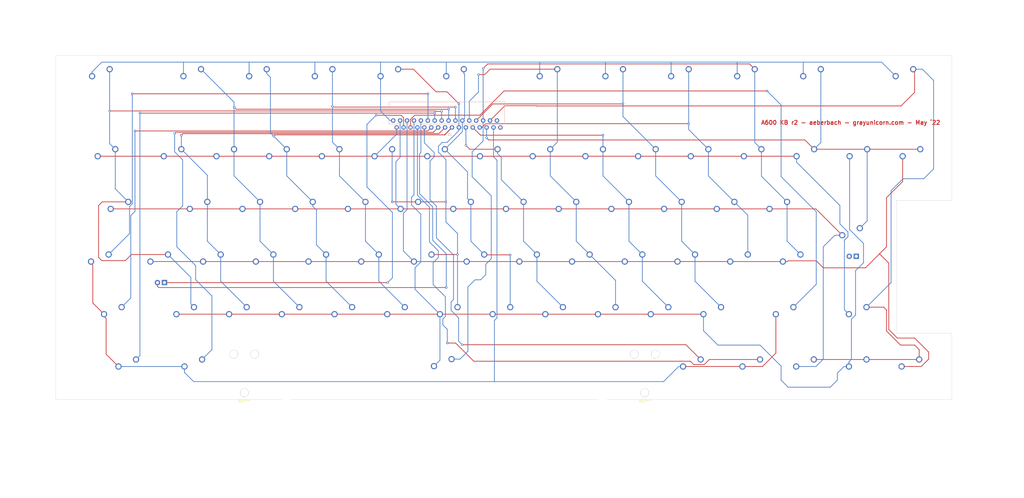
<source format=kicad_pcb>
(kicad_pcb (version 20211014) (generator pcbnew)
  (layers (0 "F.Cu" signal) (31 "B.Cu" signal) (34 "B.Paste" user) (35 "F.Paste" user) (36 "B.SilkS" user "B.Silkscreen") (37 "F.SilkS" user "F.Silkscreen") (38 "B.Mask" user) (39 "F.Mask" user) (44 "Edge.Cuts" user))
  (net 0 "")
  (net 1 "Net-(J1-Pad1)")
  (net 2 "/2")
  (net 3 "/3")
  (net 4 "/4")
  (net 5 "/5")
  (net 6 "/6")
  (net 7 "/7")
  (net 8 "/8")
  (net 9 "/9")
  (net 10 "/10")
  (net 11 "/11")
  (net 12 "/12")
  (net 13 "/13")
  (net 14 "/14")
  (net 15 "/15")
  (net 16 "/16")
  (net 17 "/17")
  (net 18 "/18")
  (net 19 "/19")
  (net 20 "/20")
  (net 21 "/21")
  (net 22 "/22")
  (net 23 "/23")
  (net 24 "/24")
  (net 25 "/25")
  (net 26 "/26")
  (net 27 "/27")
  (net 28 "/28")
  (net 29 "/29")
  (net 30 "/30")
  (footprint "MX_Only:MXOnly-1.25U-NoLED" (layer "F.Cu") (at 57.023 50.038)
    (fp_text reference "MX1")
    (fp_text value "ESC")
  )
  (footprint "MX_Only:MXOnly-1.25U-NoLED" (layer "F.Cu") (at 90.043 50.038)
    (fp_text reference "MX2")
    (fp_text value "F1")
  )
  (footprint "MX_Only:MXOnly-1.25U-NoLED" (layer "F.Cu") (at 113.792 50.038)
    (fp_text reference "MX3")
    (fp_text value "F2")
  )
  (footprint "MX_Only:MXOnly-1.25U-NoLED" (layer "F.Cu") (at 137.541 50.038)
    (fp_text reference "MX4")
    (fp_text value "F3")
  )
  (footprint "MX_Only:MXOnly-1.25U-NoLED" (layer "F.Cu") (at 161.29 50.038)
    (fp_text reference "MX5")
    (fp_text value "F4")
  )
  (footprint "MX_Only:MXOnly-1.25U-NoLED" (layer "F.Cu") (at 185.039 50.038)
    (fp_text reference "MX6")
    (fp_text value "F5")
  )
  (footprint "MX_Only:MXOnly-1.25U-NoLED" (layer "F.Cu") (at 218.821 50.038)
    (fp_text reference "MX7")
    (fp_text value "F6")
  )
  (footprint "MX_Only:MXOnly-1.25U-NoLED" (layer "F.Cu") (at 242.57 50.038)
    (fp_text reference "MX8")
    (fp_text value "F7")
  )
  (footprint "MX_Only:MXOnly-1.25U-NoLED" (layer "F.Cu") (at 266.319 50.038)
    (fp_text reference "MX9")
    (fp_text value "F8")
  )
  (footprint "MX_Only:MXOnly-1.25U-NoLED" (layer "F.Cu") (at 290.195 50.038)
    (fp_text reference "MX10")
    (fp_text value "F9")
  )
  (footprint "MX_Only:MXOnly-1.25U-NoLED" (layer "F.Cu") (at 314.071 50.038)
    (fp_text reference "MX11")
    (fp_text value "F10")
  )
  (footprint "MX_Only:MXOnly-1.5U-NoLED" (layer "F.Cu") (at 59.055 78.994)
    (fp_text reference "MX12")
    (fp_text value "TILDE")
  )
  (footprint "MX_Only:MXOnly-1U-NoLED" (layer "F.Cu") (at 82.931 78.994)
    (fp_text reference "MX13")
    (fp_text value "1")
  )
  (footprint "MX_Only:MXOnly-1U-NoLED" (layer "F.Cu") (at 101.981 78.994)
    (fp_text reference "MX14")
    (fp_text value "2")
  )
  (footprint "MX_Only:MXOnly-1U-NoLED" (layer "F.Cu") (at 121.031 78.994)
    (fp_text reference "MX15")
    (fp_text value "3")
  )
  (footprint "MX_Only:MXOnly-1U-NoLED" (layer "F.Cu") (at 140.081 78.994)
    (fp_text reference "MX16")
    (fp_text value "4")
  )
  (footprint "MX_Only:MXOnly-1U-NoLED" (layer "F.Cu") (at 159.131 78.994)
    (fp_text reference "MX17")
    (fp_text value "5")
  )
  (footprint "MX_Only:MXOnly-1U-NoLED" (layer "F.Cu") (at 178.181 78.994)
    (fp_text reference "MX18")
    (fp_text value "6")
  )
  (footprint "MX_Only:MXOnly-1U-NoLED" (layer "F.Cu") (at 197.231 78.994)
    (fp_text reference "MX19")
    (fp_text value "7")
  )
  (footprint "MX_Only:MXOnly-1U-NoLED" (layer "F.Cu") (at 216.281 78.994)
    (fp_text reference "MX20")
    (fp_text value "8")
  )
  (footprint "MX_Only:MXOnly-1U-NoLED" (layer "F.Cu") (at 235.331 78.994)
    (fp_text reference "MX21")
    (fp_text value "9")
  )
  (footprint "MX_Only:MXOnly-1U-NoLED" (layer "F.Cu") (at 254.381 78.994)
    (fp_text reference "MX22")
    (fp_text value "0")
  )
  (footprint "MX_Only:MXOnly-1U-NoLED" (layer "F.Cu") (at 273.431 78.994)
    (fp_text reference "MX23")
    (fp_text value "-")
  )
  (footprint "MX_Only:MXOnly-1U-NoLED" (layer "F.Cu") (at 292.608 78.994)
    (fp_text reference "MX24")
    (fp_text value "=")
  )
  (footprint "MX_Only:MXOnly-1U-NoLED" (layer "F.Cu") (at 311.658 78.994)
    (fp_text reference "MX25")
    (fp_text value "\\")
  )
  (footprint "MX_Only:MXOnly-1U-NoLED" (layer "F.Cu") (at 330.835 78.994)
    (fp_text reference "MX26")
    (fp_text value "BS")
  )
  (footprint "MX_Only:MXOnly-1U-NoLED" (layer "F.Cu") (at 350.012 78.994)
    (fp_text reference "MX27")
    (fp_text value "DEL")
  )
  (footprint "MX_Only:MXOnly-1.25U-NoLED" (layer "F.Cu") (at 347.472 50.038)
    (fp_text reference "MX28")
    (fp_text value "HELP")
  )
  (footprint "MX_Only:MXOnly-2U-NoLED" (layer "F.Cu") (at 63.754 98.044)
    (fp_text reference "MX33")
    (fp_text value "TAB")
  )
  (footprint "MX_Only:MXOnly-1U-NoLED" (layer "F.Cu") (at 92.329 98.044)
    (fp_text reference "MX34")
    (fp_text value "Q")
  )
  (footprint "MX_Only:MXOnly-1U-NoLED" (layer "F.Cu") (at 111.379 98.044)
    (fp_text reference "MX35")
    (fp_text value "W")
  )
  (footprint "MX_Only:MXOnly-1U-NoLED" (layer "F.Cu") (at 130.429 98.044)
    (fp_text reference "MX36")
    (fp_text value "E")
  )
  (footprint "MX_Only:MXOnly-1U-NoLED" (layer "F.Cu") (at 149.479 98.044)
    (fp_text reference "MX37")
    (fp_text value "R")
  )
  (footprint "MX_Only:MXOnly-1U-NoLED" (layer "F.Cu") (at 168.529 98.044)
    (fp_text reference "MX38")
    (fp_text value "T")
  )
  (footprint "MX_Only:MXOnly-1U-NoLED" (layer "F.Cu") (at 187.579 98.044)
    (fp_text reference "MX39")
    (fp_text value "Y")
  )
  (footprint "MX_Only:MXOnly-1U-NoLED" (layer "F.Cu") (at 206.629 98.044)
    (fp_text reference "MX40")
    (fp_text value "U")
  )
  (footprint "MX_Only:MXOnly-1U-NoLED" (layer "F.Cu") (at 225.679 98.044)
    (fp_text reference "MX41")
    (fp_text value "I")
  )
  (footprint "MX_Only:MXOnly-1U-NoLED" (layer "F.Cu") (at 244.729 98.044)
    (fp_text reference "MX42")
    (fp_text value "O")
  )
  (footprint "MX_Only:MXOnly-1U-NoLED" (layer "F.Cu") (at 263.779 98.044)
    (fp_text reference "MX43")
    (fp_text value "P")
  )
  (footprint "MX_Only:MXOnly-1U-NoLED" (layer "F.Cu") (at 282.829 98.044)
    (fp_text reference "MX44")
    (fp_text value "[")
  )
  (footprint "MX_Only:MXOnly-1U-NoLED" (layer "F.Cu") (at 301.879 98.044)
    (fp_text reference "MX45")
    (fp_text value "]")
  )
  (footprint "MX_Only:MXOnly-ISO" (layer "F.Cu") (at 328.168 107.569)
    (fp_text reference "MX50")
    (fp_text value "RETURN")
  )
  (footprint "MX_Only:MXOnly-1.25U-NoLED" (layer "F.Cu") (at 56.642 117.094)
    (fp_text reference "MX51")
    (fp_text value "CTRL")
  )
  (footprint "MX_Only:MXOnly-1U" (layer "F.Cu") (at 78.105 117.094)
    (fp_text reference "MX52")
    (fp_text value "CAPS_LOCK")
  )
  (footprint "MX_Only:MXOnly-1U-NoLED" (layer "F.Cu") (at 97.155 117.094)
    (fp_text reference "MX53")
    (fp_text value "A")
  )
  (footprint "MX_Only:MXOnly-1U-NoLED" (layer "F.Cu") (at 116.205 117.094)
    (fp_text reference "MX54")
    (fp_text value "S")
  )
  (footprint "MX_Only:MXOnly-1U-NoLED" (layer "F.Cu") (at 135.255 117.094)
    (fp_text reference "MX55")
    (fp_text value "D")
  )
  (footprint "MX_Only:MXOnly-1U-NoLED" (layer "F.Cu") (at 154.305 117.094)
    (fp_text reference "MX56")
    (fp_text value "F")
  )
  (footprint "MX_Only:MXOnly-1U-NoLED" (layer "F.Cu") (at 173.355 117.094)
    (fp_text reference "MX57")
    (fp_text value "G")
  )
  (footprint "MX_Only:MXOnly-1U-NoLED" (layer "F.Cu") (at 192.405 117.094)
    (fp_text reference "MX58")
    (fp_text value "H")
  )
  (footprint "MX_Only:MXOnly-1U-NoLED" (layer "F.Cu") (at 211.455 117.094)
    (fp_text reference "MX59")
    (fp_text value "J")
  )
  (footprint "MX_Only:MXOnly-1U-NoLED" (layer "F.Cu") (at 230.505 117.094)
    (fp_text reference "MX60")
    (fp_text value "K")
  )
  (footprint "MX_Only:MXOnly-1U-NoLED" (layer "F.Cu") (at 249.555 117.094)
    (fp_text reference "MX61")
    (fp_text value "L")
  )
  (footprint "MX_Only:MXOnly-1U-NoLED" (layer "F.Cu") (at 268.605 117.094)
    (fp_text reference "MX62")
    (fp_text value ";")
  )
  (footprint "MX_Only:MXOnly-1U-NoLED" (layer "F.Cu") (at 287.673489 117.091342)
    (fp_text reference "MX63")
    (fp_text value "'")
  )
  (footprint "MX_Only:MXOnly-1U-NoLED" (layer "F.Cu") (at 306.705 117.094)
    (fp_text reference "MX64")
    (fp_text value "R_BLANK")
  )
  (footprint "MX_Only:MXOnly-1U-NoLED" (layer "F.Cu") (at 330.581 136.144)
    (fp_text reference "MX65")
    (fp_text value "CSR_UP")
  )
  (footprint "MX_Only:MXOnly-1.75U-NoLED" (layer "F.Cu") (at 61.341 136.144)
    (fp_text reference "MX70")
    (fp_text value "L_SHIFT")
  )
  (footprint "MX_Only:MXOnly-1U-NoLED" (layer "F.Cu") (at 87.503 136.144)
    (fp_text reference "MX71")
    (fp_text value "L_BLANK")
  )
  (footprint "MX_Only:MXOnly-1U-NoLED" (layer "F.Cu") (at 106.553 136.144)
    (fp_text reference "MX72")
    (fp_text value "Z")
  )
  (footprint "MX_Only:MXOnly-1U-NoLED" (layer "F.Cu") (at 125.603 136.144)
    (fp_text reference "MX73")
    (fp_text value "X")
  )
  (footprint "MX_Only:MXOnly-1U-NoLED" (layer "F.Cu") (at 144.653 136.144)
    (fp_text reference "MX74")
    (fp_text value "C")
  )
  (footprint "MX_Only:MXOnly-1U-NoLED" (layer "F.Cu") (at 163.703 136.144)
    (fp_text reference "MX75")
    (fp_text value "V")
  )
  (footprint "MX_Only:MXOnly-1U-NoLED" (layer "F.Cu") (at 182.753 136.144)
    (fp_text reference "MX76")
    (fp_text value "B")
  )
  (footprint "MX_Only:MXOnly-1U-NoLED" (layer "F.Cu") (at 201.803 136.144)
    (fp_text reference "MX77")
    (fp_text value "N")
  )
  (footprint "MX_Only:MXOnly-1U-NoLED" (layer "F.Cu") (at 220.853 136.144)
    (fp_text reference "MX78")
    (fp_text value "M")
  )
  (footprint "MX_Only:MXOnly-1U-NoLED" (layer "F.Cu") (at 239.868793 136.153187)
    (fp_text reference "MX79")
    (fp_text value ",")
  )
  (footprint "MX_Only:MXOnly-1U-NoLED" (layer "F.Cu") (at 258.953 136.144)
    (fp_text reference "MX80")
    (fp_text value ".")
  )
  (footprint "MX_Only:MXOnly-1U-NoLED" (layer "F.Cu") (at 278.003 136.144)
    (fp_text reference "MX81")
    (fp_text value "/")
  )
  (footprint "MX_Only:MXOnly-1.75U-NoLED" (layer "F.Cu") (at 304.165 136.144)
    (fp_text reference "MX82")
    (fp_text value "R_SHIFT")
  )
  (footprint "MX_Only:MXOnly-1U-NoLED" (layer "F.Cu") (at 311.531 155.067)
    (fp_text reference "MX83")
    (fp_text value "CSR_LEFT")
  )
  (footprint "MX_Only:MXOnly-1U-NoLED" (layer "F.Cu") (at 330.581 155.067)
    (fp_text reference "MX84")
    (fp_text value "CSR_DOWN")
  )
  (footprint "MX_Only:MXOnly-1U-NoLED" (layer "F.Cu") (at 349.631 155.067)
    (fp_text reference "MX85")
    (fp_text value "CSR_RIGHT")
  )
  (footprint "MX_Only:MXOnly-1.25U-NoLED" (layer "F.Cu") (at 66.548 155.067)
    (fp_text reference "MX90")
    (fp_text value "L_ALT")
  )
  (footprint "MX_Only:MXOnly-1.25U-NoLED" (layer "F.Cu") (at 90.424 155.067)
    (fp_text reference "MX91")
    (fp_text value "L_AMIGA")
  )
  (footprint "MX_Only:MXOnly-7U-NoLED" (layer "F.Cu") (at 180.594 154.94)
    (fp_text reference "MX92")
    (fp_text value "SPACE")
  )
  (footprint "MX_Only:MXOnly-1.25U-NoLED" (layer "F.Cu") (at 270.637 155.067)
    (fp_text reference "MX93")
    (fp_text value "R_AMIGA")
  )
  (footprint "MX_Only:MXOnly-1U-NoLED" (layer "F.Cu") (at 292.1 155.067)
    (fp_text reference "MX94")
    (fp_text value "R_ALT")
  )
  (footprint "A1200KB:A600-KB-SPACER" (layer "F.Cu") (at 108.204 164.592)
    (fp_text reference "REF**")
    (fp_text value "A600-KB-SPACER")
  )
  (footprint "A1200KB:A600-KB-SPACER" (layer "F.Cu") (at 252.984 164.592)
    (fp_text reference "REF**")
    (fp_text value "A600-KB-SPACER")
  )
  (footprint "A1200KB:FFC-1.25mm-RA-5204403245" (layer "B.Cu") (at 182.052 64.79)
    (fp_text reference "J1")
    (fp_text value "32 FFC")
  )
  (gr_line (start 364 40) (end 364 92.5) (layer "Edge.Cuts") (width 0.1))
  (gr_line (start 364 140.5) (end 364 164.5) (layer "Edge.Cuts") (width 0.1))
  (gr_line (start 344 140.5) (end 344 92.5) (layer "Edge.Cuts") (width 0.1))
  (gr_line (start 364 140.5) (end 344 140.5) (layer "Edge.Cuts") (width 0.1))
  (gr_line (start 344 92.5) (end 364 92.5) (layer "Edge.Cuts") (width 0.1))
  (gr_line (start 40 40) (end 40 164.5) (layer "Edge.Cuts") (width 0.1))
  (gr_line (start 40 164.5) (end 364 164.5) (layer "Edge.Cuts") (width 0.1))
  (gr_line (start 40 40) (end 364 40) (layer "Edge.Cuts") (width 0.1))
  (gr_text "A600 KB r2 - aeberbach - grayunicorn.com - May ‘22" (at 327.406 64.262) (layer "F.Cu") (effects (font (size 1.5 1.5) (thickness 0.3))))
  (segment (start 338.582 42.418) (end 343.662 47.498) (width 0.25) (layer "B.Cu") (net 1))
  (segment (start 53.213 47.498) (end 53.213 45.90701) (width 0.25) (layer "B.Cu") (net 1))
  (segment (start 133.731 47.498) (end 133.731 42.418) (width 0.25) (layer "B.Cu") (net 1))
  (segment (start 286.385 47.498) (end 286.385 42.418) (width 0.25) (layer "B.Cu") (net 1))
  (segment (start 215.011 47.498) (end 215.011 42.418) (width 0.25) (layer "B.Cu") (net 1))
  (segment (start 157.48 47.498) (end 157.48 42.418) (width 0.25) (layer "B.Cu") (net 1))
  (segment (start 109.982 42.418) (end 133.731 42.418) (width 0.25) (layer "B.Cu") (net 1))
  (segment (start 310.261 47.498) (end 310.261 42.418) (width 0.25) (layer "B.Cu") (net 1))
  (segment (start 160.92063 63.54) (end 157.48 60.09937) (width 0.25) (layer "B.Cu") (net 1))
  (segment (start 262.509 47.498) (end 262.509 42.418) (width 0.25) (layer "B.Cu") (net 1))
  (segment (start 109.982 45.90701) (end 109.982 42.418) (width 0.25) (layer "B.Cu") (net 1))
  (segment (start 53.213 45.90701) (end 56.70201 42.418) (width 0.25) (layer "B.Cu") (net 1))
  (segment (start 56.70201 42.418) (end 86.233 42.418) (width 0.25) (layer "B.Cu") (net 1))
  (segment (start 157.48 60.09937) (end 157.48 49.08899) (width 0.25) (layer "B.Cu") (net 1))
  (segment (start 86.233 47.498) (end 86.233 42.418) (width 0.25) (layer "B.Cu") (net 1))
  (segment (start 215.011 42.418) (end 238.76 42.418) (width 0.25) (layer "B.Cu") (net 1))
  (segment (start 238.76 42.418) (end 262.509 42.418) (width 0.25) (layer "B.Cu") (net 1))
  (segment (start 157.48 49.08899) (end 157.48 47.498) (width 0.25) (layer "B.Cu") (net 1))
  (segment (start 181.229 47.498) (end 181.229 42.418) (width 0.25) (layer "B.Cu") (net 1))
  (segment (start 133.731 42.418) (end 157.48 42.418) (width 0.25) (layer "B.Cu") (net 1))
  (segment (start 162.052 63.54) (end 160.92063 63.54) (width 0.25) (layer "B.Cu") (net 1))
  (segment (start 157.48 42.418) (end 181.229 42.418) (width 0.25) (layer "B.Cu") (net 1))
  (segment (start 86.233 42.418) (end 109.982 42.418) (width 0.25) (layer "B.Cu") (net 1))
  (segment (start 262.509 42.418) (end 286.385 42.418) (width 0.25) (layer "B.Cu") (net 1))
  (segment (start 109.982 47.498) (end 109.982 45.90701) (width 0.25) (layer "B.Cu") (net 1))
  (segment (start 181.229 42.418) (end 215.011 42.418) (width 0.25) (layer "B.Cu") (net 1))
  (segment (start 238.76 47.498) (end 238.76 42.418) (width 0.25) (layer "B.Cu") (net 1))
  (segment (start 286.385 42.418) (end 338.582 42.418) (width 0.25) (layer "B.Cu") (net 1))
  (segment (start 288.798 76.454) (end 307.848 76.454) (width 0.25) (layer "F.Cu") (net 2))
  (segment (start 212.471 76.454) (end 231.521 76.454) (width 0.25) (layer "F.Cu") (net 2))
  (segment (start 174.371 76.454) (end 193.421 76.454) (width 0.25) (layer "F.Cu") (net 2))
  (segment (start 136.271 76.454) (end 155.321 76.454) (width 0.25) (layer "F.Cu") (net 2))
  (segment (start 193.421 76.454) (end 212.471 76.454) (width 0.25) (layer "F.Cu") (net 2))
  (segment (start 117.221 76.454) (end 136.271 76.454) (width 0.25) (layer "F.Cu") (net 2))
  (segment (start 79.121 76.454) (end 98.171 76.454) (width 0.25) (layer "F.Cu") (net 2))
  (segment (start 155.321 76.454) (end 174.371 76.454) (width 0.25) (layer "F.Cu") (net 2))
  (segment (start 231.521 76.454) (end 250.571 76.454) (width 0.25) (layer "F.Cu") (net 2))
  (segment (start 250.571 76.454) (end 269.621 76.454) (width 0.25) (layer "F.Cu") (net 2))
  (segment (start 269.621 76.454) (end 288.798 76.454) (width 0.25) (layer "F.Cu") (net 2))
  (segment (start 55.245 76.454) (end 79.121 76.454) (width 0.25) (layer "F.Cu") (net 2))
  (segment (start 98.171 76.454) (end 117.221 76.454) (width 0.25) (layer "F.Cu") (net 2))
  (segment (start 325.136756 106.874139) (end 326.410223 105.600672) (width 0.25) (layer "B.Cu") (net 2))
  (segment (start 323.500099 100.931153) (end 323.500099 94.268073) (width 0.25) (layer "B.Cu") (net 2))
  (segment (start 307.848 78.615974) (end 323.500099 94.268073) (width 0.25) (layer "B.Cu") (net 2))
  (segment (start 325.136756 131.969756) (end 325.136756 106.874139) (width 0.25) (layer "B.Cu") (net 2))
  (segment (start 155.321 76.454) (end 163.331281 68.443719) (width 0.25) (layer "B.Cu") (net 2))
  (segment (start 163.331281 68.271953) (end 163.302 68.242672) (width 0.25) (layer "B.Cu") (net 2))
  (segment (start 163.331281 68.443719) (end 163.331281 68.271953) (width 0.25) (layer "B.Cu") (net 2))
  (segment (start 326.771 133.604) (end 325.136756 131.969756) (width 0.25) (layer "B.Cu") (net 2))
  (segment (start 307.848 76.454) (end 307.848 78.615974) (width 0.25) (layer "B.Cu") (net 2))
  (segment (start 326.410223 103.841277) (end 323.500099 100.931153) (width 0.25) (layer "B.Cu") (net 2))
  (segment (start 326.410223 105.600672) (end 326.410223 103.841277) (width 0.25) (layer "B.Cu") (net 2))
  (segment (start 163.302 68.242672) (end 163.302 66.04) (width 0.25) (layer "B.Cu") (net 2))
  (segment (start 126.619 95.504) (end 145.669 95.504) (width 0.25) (layer "F.Cu") (net 3))
  (segment (start 221.869 95.504) (end 202.819 95.504) (width 0.25) (layer "F.Cu") (net 3))
  (segment (start 164.719 95.504) (end 145.669 95.504) (width 0.25) (layer "F.Cu") (net 3))
  (segment (start 202.819 95.504) (end 183.769 95.504) (width 0.25) (layer "F.Cu") (net 3))
  (segment (start 259.969 95.504) (end 240.919 95.504) (width 0.25) (layer "F.Cu") (net 3))
  (segment (start 298.069 95.504) (end 314.833 95.504) (width 0.25) (layer "F.Cu") (net 3))
  (segment (start 59.944 95.504) (end 88.519 95.504) (width 0.25) (layer "F.Cu") (net 3))
  (segment (start 240.919 95.504) (end 221.869 95.504) (width 0.25) (layer "F.Cu") (net 3))
  (segment (start 279.019 95.504) (end 259.969 95.504) (width 0.25) (layer "F.Cu") (net 3))
  (segment (start 298.069 95.504) (end 279.019 95.504) (width 0.25) (layer "F.Cu") (net 3))
  (segment (start 88.519 95.504) (end 107.569 95.504) (width 0.25) (layer "F.Cu") (net 3))
  (segment (start 107.569 95.504) (end 126.619 95.504) (width 0.25) (layer "F.Cu") (net 3))
  (segment (start 164.719 95.504) (end 183.769 95.504) (width 0.25) (layer "F.Cu") (net 3))
  (segment (start 314.833 95.504) (end 324.358 105.029) (width 0.25) (layer "F.Cu") (net 3))
  (segment (start 317.5 109.22) (end 317.5 149.86) (width 0.25) (layer "B.Cu") (net 3))
  (segment (start 164.552 76.876998) (end 163.010999 78.417999) (width 0.25) (layer "B.Cu") (net 3))
  (segment (start 317.5 149.86) (end 314.833 152.527) (width 0.25) (layer "B.Cu") (net 3))
  (segment (start 314.833 152.527) (end 307.721 152.527) (width 0.25) (layer "B.Cu") (net 3))
  (segment (start 164.552 63.54) (end 164.552 76.876998) (width 0.25) (layer "B.Cu") (net 3))
  (segment (start 163.594001 94.379001) (end 164.719 95.504) (width 0.25) (layer "B.Cu") (net 3))
  (segment (start 321.691 105.029) (end 317.5 109.22) (width 0.25) (layer "B.Cu") (net 3))
  (segment (start 324.358 105.029) (end 321.691 105.029) (width 0.25) (layer "B.Cu") (net 3))
  (segment (start 163.010999 93.795999) (end 163.594001 94.379001) (width 0.25) (layer "B.Cu") (net 3))
  (segment (start 163.010999 78.417999) (end 163.010999 93.795999) (width 0.25) (layer "B.Cu") (net 3))
  (segment (start 164.876394 61.606555) (end 165.802 62.532161) (width 0.25) (layer "F.Cu") (net 4))
  (segment (start 160.02 122.174) (end 79.375 122.174) (width 0.25) (layer "F.Cu") (net 4))
  (segment (start 165.802 62.532161) (end 165.802 66.04) (width 0.25) (layer "F.Cu") (net 4))
  (segment (start 155.878344 61.606555) (end 164.876394 61.606555) (width 0.25) (layer "F.Cu") (net 4))
  (via (at 160.02 122.174) (size 0.8) (drill 0.4) (layers "F.Cu" "B.Cu") (net 4))
  (via (at 155.878344 61.606555) (size 0.8) (drill 0.4) (layers "F.Cu" "B.Cu") (net 4))
  (segment (start 160.027164 122.174) (end 161.765527 120.435637) (width 0.25) (layer "B.Cu") (net 4))
  (segment (start 161.765527 96.789575) (end 152.550297 87.574345) (width 0.25) (layer "B.Cu") (net 4))
  (segment (start 152.550297 87.574345) (end 152.550297 64.934602) (width 0.25) (layer "B.Cu") (net 4))
  (segment (start 160.02 122.174) (end 160.027164 122.174) (width 0.25) (layer "B.Cu") (net 4))
  (segment (start 152.550297 64.934602) (end 155.878344 61.606555) (width 0.25) (layer "B.Cu") (net 4))
  (segment (start 161.765527 120.435637) (end 161.765527 96.789575) (width 0.25) (layer "B.Cu") (net 4))
  (segment (start 314.96 114.3) (end 304.8 114.3) (width 0.25) (layer "F.Cu") (net 5))
  (segment (start 74.295 114.554) (end 93.345 114.554) (width 0.25) (layer "F.Cu") (net 5))
  (segment (start 340.36 91.44) (end 340.36 109.22) (width 0.25) (layer "F.Cu") (net 5))
  (segment (start 112.395 114.554) (end 131.445 114.554) (width 0.25) (layer "F.Cu") (net 5))
  (segment (start 283.866147 114.554) (end 283.863489 114.551342) (width 0.25) (layer "F.Cu") (net 5))
  (segment (start 340.36 109.22) (end 337.82 111.76) (width 0.25) (layer "F.Cu") (net 5))
  (segment (start 341.176687 115.116687) (end 337.82 111.76) (width 0.25) (layer "F.Cu") (net 5))
  (segment (start 150.495 114.554) (end 131.445 114.554) (width 0.25) (layer "F.Cu") (net 5))
  (segment (start 226.695 114.554) (end 207.645 114.554) (width 0.25) (layer "F.Cu") (net 5))
  (segment (start 304.546 114.554) (end 302.895 114.554) (width 0.25) (layer "F.Cu") (net 5))
  (segment (start 169.545 114.554) (end 150.495 114.554) (width 0.25) (layer "F.Cu") (net 5))
  (segment (start 355.6 149.86) (end 355.6 147.32) (width 0.25) (layer "F.Cu") (net 5))
  (segment (start 346.202 76.454) (end 346.202 85.598) (width 0.25) (layer "F.Cu") (net 5))
  (segment (start 350.52 142.24) (end 344.262087 142.24) (width 0.25) (layer "F.Cu") (net 5))
  (segment (start 332.74 116.84) (end 317.5 116.84) (width 0.25) (layer "F.Cu") (net 5))
  (segment (start 337.82 111.76) (end 332.74 116.84) (width 0.25) (layer "F.Cu") (net 5))
  (segment (start 245.745 114.554) (end 226.695 114.554) (width 0.25) (layer "F.Cu") (net 5))
  (segment (start 352.933 152.527) (end 355.6 149.86) (width 0.25) (layer "F.Cu") (net 5))
  (segment (start 264.797658 114.551342) (end 264.795 114.554) (width 0.25) (layer "F.Cu") (net 5))
  (segment (start 345.821 152.527) (end 352.933 152.527) (width 0.25) (layer "F.Cu") (net 5))
  (segment (start 188.595 114.554) (end 169.545 114.554) (width 0.25) (layer "F.Cu") (net 5))
  (segment (start 302.895 114.554) (end 283.866147 114.554) (width 0.25) (layer "F.Cu") (net 5))
  (segment (start 341.176687 139.1546) (end 341.176687 115.116687) (width 0.25) (layer "F.Cu") (net 5))
  (segment (start 317.5 116.84) (end 314.96 114.3) (width 0.25) (layer "F.Cu") (net 5))
  (segment (start 346.202 85.598) (end 340.36 91.44) (width 0.25) (layer "F.Cu") (net 5))
  (segment (start 207.645 114.554) (end 188.595 114.554) (width 0.25) (layer "F.Cu") (net 5))
  (segment (start 93.345 114.554) (end 112.395 114.554) (width 0.25) (layer "F.Cu") (net 5))
  (segment (start 283.863489 114.551342) (end 264.797658 114.551342) (width 0.25) (layer "F.Cu") (net 5))
  (segment (start 304.8 114.3) (end 304.546 114.554) (width 0.25) (layer "F.Cu") (net 5))
  (segment (start 344.262087 142.24) (end 341.176687 139.1546) (width 0.25) (layer "F.Cu") (net 5))
  (segment (start 264.795 114.554) (end 245.745 114.554) (width 0.25) (layer "F.Cu") (net 5))
  (segment (start 355.6 147.32) (end 350.52 142.24) (width 0.25) (layer "F.Cu") (net 5))
  (segment (start 169.545 114.554) (end 165.729799 110.738799) (width 0.25) (layer "B.Cu") (net 5))
  (segment (start 165.729799 110.738799) (end 165.729799 97.105306) (width 0.25) (layer "B.Cu") (net 5))
  (segment (start 165.729799 97.105306) (end 167.052 95.783105) (width 0.25) (layer "B.Cu") (net 5))
  (segment (start 167.052 95.783105) (end 167.052 63.54) (width 0.25) (layer "B.Cu") (net 5))
  (segment (start 168.302 63.124998) (end 168.302 66.04) (width 0.25) (layer "F.Cu") (net 6))
  (segment (start 169.831998 61.595) (end 168.302 63.124998) (width 0.25) (layer "F.Cu") (net 6))
  (segment (start 202.12359 52.832) (end 193.36059 61.595) (width 0.25) (layer "F.Cu") (net 6))
  (segment (start 297.18 52.832) (end 202.12359 52.832) (width 0.25) (layer "F.Cu") (net 6))
  (segment (start 193.36059 61.595) (end 169.831998 61.595) (width 0.25) (layer "F.Cu") (net 6))
  (via (at 297.18 52.832) (size 0.8) (drill 0.4) (layers "F.Cu" "B.Cu") (net 6))
  (segment (start 314.96 96.52) (end 302.26 83.82) (width 0.25) (layer "B.Cu") (net 6))
  (segment (start 302.26 57.912) (end 297.18 52.832) (width 0.25) (layer "B.Cu") (net 6))
  (segment (start 314.96 122.809) (end 314.96 96.52) (width 0.25) (layer "B.Cu") (net 6))
  (segment (start 306.705 131.064) (end 314.96 122.809) (width 0.25) (layer "B.Cu") (net 6))
  (segment (start 302.26 83.82) (end 302.26 57.912) (width 0.25) (layer "B.Cu") (net 6))
  (segment (start 274.193 133.604) (end 255.143 133.604) (width 0.25) (layer "F.Cu") (net 7))
  (segment (start 121.793 133.604) (end 102.743 133.604) (width 0.25) (layer "F.Cu") (net 7))
  (segment (start 102.743 133.604) (end 83.693 133.604) (width 0.25) (layer "F.Cu") (net 7))
  (segment (start 236.058793 133.613187) (end 217.052187 133.613187) (width 0.25) (layer "F.Cu") (net 7))
  (segment (start 217.052187 133.613187) (end 217.043 133.604) (width 0.25) (layer "F.Cu") (net 7))
  (segment (start 236.06798 133.604) (end 236.058793 133.613187) (width 0.25) (layer "F.Cu") (net 7))
  (segment (start 255.143 133.604) (end 236.06798 133.604) (width 0.25) (layer "F.Cu") (net 7))
  (segment (start 178.943 133.604) (end 159.893 133.604) (width 0.25) (layer "F.Cu") (net 7))
  (segment (start 217.043 133.604) (end 197.993 133.604) (width 0.25) (layer "F.Cu") (net 7))
  (segment (start 197.993 133.604) (end 178.943 133.604) (width 0.25) (layer "F.Cu") (net 7))
  (segment (start 159.893 133.604) (end 140.843 133.604) (width 0.25) (layer "F.Cu") (net 7))
  (segment (start 140.843 133.604) (end 121.793 133.604) (width 0.25) (layer "F.Cu") (net 7))
  (segment (start 172.007768 114.758001) (end 172.007768 97.38978) (width 0.25) (layer "B.Cu") (net 7))
  (segment (start 172.007768 97.38978) (end 168.671946 94.053958) (width 0.25) (layer "B.Cu") (net 7))
  (segment (start 169.952348 124.613348) (end 169.952348 116.813421) (width 0.25) (layer "B.Cu") (net 7))
  (segment (start 302.26 152.4) (end 302.26 157.48) (width 0.25) (layer "B.Cu") (net 7))
  (segment (start 322.58 154.94) (end 324.993 152.527) (width 0.25) (layer "B.Cu") (net 7))
  (segment (start 327.025 102.994026) (end 332.046899 108.015925) (width 0.25) (layer "B.Cu") (net 7))
  (segment (start 304.8 160.02) (end 320.04 160.02) (width 0.25) (layer "B.Cu") (net 7))
  (segment (start 178.943 133.604) (end 169.952348 124.613348) (width 0.25) (layer "B.Cu") (net 7))
  (segment (start 332.046899 114.993101) (end 329.168053 117.871947) (width 0.25) (layer "B.Cu") (net 7))
  (segment (start 329.168053 117.871947) (end 329.168053 133.343665) (width 0.25) (layer "B.Cu") (net 7))
  (segment (start 168.671946 94.053958) (end 168.671946 91.305951) (width 0.25) (layer "B.Cu") (net 7))
  (segment (start 168.671946 91.305951) (end 169.552 90.425897) (width 0.25) (layer "B.Cu") (net 7))
  (segment (start 279.4 144.78) (end 294.64 144.78) (width 0.25) (layer "B.Cu") (net 7))
  (segment (start 326.755168 150.859592) (end 326.771 150.875424) (width 0.25) (layer "B.Cu") (net 7))
  (segment (start 274.193 133.604) (end 274.193 139.573) (width 0.25) (layer "B.Cu") (net 7))
  (segment (start 322.58 157.48) (end 322.58 154.94) (width 0.25) (layer "B.Cu") (net 7))
  (segment (start 274.193 139.573) (end 279.4 144.78) (width 0.25) (layer "B.Cu") (net 7))
  (segment (start 169.552 90.425897) (end 169.552 63.54) (width 0.25) (layer "B.Cu") (net 7))
  (segment (start 327.025 76.454) (end 327.025 102.994026) (width 0.25) (layer "B.Cu") (net 7))
  (segment (start 294.64 144.78) (end 302.26 152.4) (width 0.25) (layer "B.Cu") (net 7))
  (segment (start 329.168053 133.343665) (end 329.163816 133.347902) (width 0.25) (layer "B.Cu") (net 7))
  (segment (start 327.66 149.95476) (end 326.755168 150.859592) (width 0.25) (layer "B.Cu") (net 7))
  (segment (start 169.952348 116.813421) (end 172.007768 114.758001) (width 0.25) (layer "B.Cu") (net 7))
  (segment (start 332.046899 108.015925) (end 332.046899 114.993101) (width 0.25) (layer "B.Cu") (net 7))
  (segment (start 326.771 150.875424) (end 326.771 152.527) (width 0.25) (layer "B.Cu") (net 7))
  (segment (start 324.993 152.527) (end 326.771 152.527) (width 0.25) (layer "B.Cu") (net 7))
  (segment (start 178.943 150.241) (end 176.784 152.4) (width 0.25) (layer "B.Cu") (net 7))
  (segment (start 329.163816 133.347902) (end 329.163816 133.912005) (width 0.25) (layer "B.Cu") (net 7))
  (segment (start 178.943 133.604) (end 178.943 150.241) (width 0.25) (layer "B.Cu") (net 7))
  (segment (start 327.66 135.415821) (end 327.66 149.95476) (width 0.25) (layer "B.Cu") (net 7))
  (segment (start 329.163816 133.912005) (end 327.66 135.415821) (width 0.25) (layer "B.Cu") (net 7))
  (segment (start 302.26 157.48) (end 304.8 160.02) (width 0.25) (layer "B.Cu") (net 7))
  (segment (start 320.04 160.02) (end 322.58 157.48) (width 0.25) (layer "B.Cu") (net 7))
  (segment (start 269.47073 150.635019) (end 266.230827 150.635019) (width 0.25) (layer "F.Cu") (net 8))
  (segment (start 276.315825 149.987) (end 274.504603 151.798222) (width 0.25) (layer "F.Cu") (net 8))
  (segment (start 270.633933 151.798222) (end 269.528028 150.692317) (width 0.25) (layer "F.Cu") (net 8))
  (segment (start 184.589126 144.031558) (end 181.584191 144.031558) (width 0.25) (layer "F.Cu") (net 8))
  (segment (start 293.04901 149.987) (end 294.64 149.987) (width 0.25) (layer "F.Cu") (net 8))
  (segment (start 288.683998 149.987) (end 293.04901 149.987) (width 0.25) (layer "F.Cu") (net 8))
  (segment (start 266.230827 150.635019) (end 191.192587 150.635019) (width 0.25) (layer "F.Cu") (net 8))
  (segment (start 274.504603 151.798222) (end 270.633933 151.798222) (width 0.25) (layer "F.Cu") (net 8))
  (segment (start 269.528028 150.692317) (end 269.47073 150.635019) (width 0.25) (layer "F.Cu") (net 8))
  (segment (start 191.192587 150.635019) (end 184.589126 144.031558) (width 0.25) (layer "F.Cu") (net 8))
  (segment (start 288.683998 149.987) (end 276.315825 149.987) (width 0.25) (layer "F.Cu") (net 8))
  (via (at 181.59671 144.027417) (size 0.8) (drill 0.4) (layers "F.Cu" "B.Cu") (net 8))
  (segment (start 179.993896 137.4853) (end 179.993896 135.323758) (width 0.25) (layer "B.Cu") (net 8))
  (segment (start 181.59671 139.088114) (end 179.993896 137.4853) (width 0.25) (layer "B.Cu") (net 8))
  (segment (start 175.145809 107.476416) (end 175.145809 94.894807) (width 0.25) (layer "B.Cu") (net 8))
  (segment (start 180.898728 134.418926) (end 180.898728 127.279364) (width 0.25) (layer "B.Cu") (net 8))
  (segment (start 178.352952 110.683559) (end 175.145809 107.476416) (width 0.25) (layer "B.Cu") (net 8))
  (segment (start 176.49302 122.873656) (end 176.49302 114.981511) (width 0.25) (layer "B.Cu") (net 8))
  (segment (start 175.145809 94.894807) (end 170.802 90.550998) (width 0.25) (layer "B.Cu") (net 8))
  (segment (start 179.993896 135.323758) (end 180.898728 134.418926) (width 0.25) (layer "B.Cu") (net 8))
  (segment (start 170.802 90.550998) (end 170.802 66.04) (width 0.25) (layer "B.Cu") (net 8))
  (segment (start 181.59671 144.027417) (end 181.59671 139.088114) (width 0.25) (layer "B.Cu") (net 8))
  (segment (start 176.49302 114.981511) (end 178.352952 113.121579) (width 0.25) (layer "B.Cu") (net 8))
  (segment (start 180.898728 127.279364) (end 176.49302 122.873656) (width 0.25) (layer "B.Cu") (net 8))
  (segment (start 178.352952 113.121579) (end 178.352952 110.683559) (width 0.25) (layer "B.Cu") (net 8))
  (segment (start 168.529 123.952) (end 168.529 123.952) (width 0.25) (layer "F.Cu") (net 9))
  (segment (start 168.529 123.952) (end 181.229 123.952) (width 0.25) (layer "F.Cu") (net 9))
  (segment (start 76.835 123.521038) (end 77.265962 123.952) (width 0.25) (layer "F.Cu") (net 9))
  (segment (start 76.835 122.174) (end 76.835 123.521038) (width 0.25) (layer "F.Cu") (net 9))
  (segment (start 77.265962 123.952) (end 168.529 123.952) (width 0.25) (layer "F.Cu") (net 9))
  (via (at 181.229 123.952) (size 0.8) (drill 0.4) (layers "F.Cu" "B.Cu") (net 9))
  (segment (start 181.229 123.952) (end 181.229 123.952) (width 0.25) (layer "B.Cu") (net 9))
  (segment (start 172.052 75.147749) (end 171.58896 75.610789) (width 0.25) (layer "B.Cu") (net 9))
  (segment (start 181.229 111.763527) (end 181.229 123.952) (width 0.25) (layer "B.Cu") (net 9))
  (segment (start 176.329648 106.864175) (end 181.229 111.763527) (width 0.25) (layer "B.Cu") (net 9))
  (segment (start 176.329648 94.753384) (end 176.329648 106.864175) (width 0.25) (layer "B.Cu") (net 9))
  (segment (start 171.58896 90.012696) (end 176.329648 94.753384) (width 0.25) (layer "B.Cu") (net 9))
  (segment (start 172.052 63.54) (end 172.052 75.147749) (width 0.25) (layer "B.Cu") (net 9))
  (segment (start 171.58896 75.610789) (end 171.58896 90.012696) (width 0.25) (layer "B.Cu") (net 9))
  (segment (start 186.981325 144.653) (end 186.978321 144.649996) (width 0.25) (layer "F.Cu") (net 10))
  (segment (start 267.843 144.653) (end 186.981325 144.653) (width 0.25) (layer "F.Cu") (net 10))
  (segment (start 273.177 149.987) (end 267.843 144.653) (width 0.25) (layer "F.Cu") (net 10))
  (via (at 186.978321 144.649996) (size 0.8) (drill 0.4) (layers "F.Cu" "B.Cu") (net 10))
  (segment (start 185.688098 134.932781) (end 185.688098 143.359773) (width 0.25) (layer "B.Cu") (net 10))
  (segment (start 177.649194 105.969021) (end 183.843489 112.163316) (width 0.25) (layer "B.Cu") (net 10))
  (segment (start 173.302 71.588754) (end 176.871477 75.158231) (width 0.25) (layer "B.Cu") (net 10))
  (segment (start 182.980536 129.185233) (end 182.980536 132.226473) (width 0.25) (layer "B.Cu") (net 10))
  (segment (start 185.686844 134.932781) (end 185.688098 134.932781) (width 0.25) (layer "B.Cu") (net 10))
  (segment (start 175.363424 92.222047) (end 177.649194 94.507817) (width 0.25) (layer "B.Cu") (net 10))
  (segment (start 175.363424 78.191093) (end 175.363424 92.222047) (width 0.25) (layer "B.Cu") (net 10))
  (segment (start 176.871477 75.158231) (end 176.871477 76.68304) (width 0.25) (layer "B.Cu") (net 10))
  (segment (start 182.980536 132.226473) (end 185.686844 134.932781) (width 0.25) (layer "B.Cu") (net 10))
  (segment (start 185.688098 143.359773) (end 186.978321 144.649996) (width 0.25) (layer "B.Cu") (net 10))
  (segment (start 173.302 66.04) (end 173.302 71.588754) (width 0.25) (layer "B.Cu") (net 10))
  (segment (start 183.843489 112.163316) (end 183.843489 128.32228) (width 0.25) (layer "B.Cu") (net 10))
  (segment (start 183.843489 128.32228) (end 182.980536 129.185233) (width 0.25) (layer "B.Cu") (net 10))
  (segment (start 176.871477 76.68304) (end 175.363424 78.191093) (width 0.25) (layer "B.Cu") (net 10))
  (segment (start 177.649194 94.507817) (end 177.649194 105.969021) (width 0.25) (layer "B.Cu") (net 10))
  (segment (start 67.691 53.848) (end 67.691 53.848) (width 0.25) (layer "F.Cu") (net 11))
  (segment (start 174.625 53.848) (end 174.059315 53.848) (width 0.25) (layer "F.Cu") (net 11))
  (segment (start 174.059315 53.848) (end 67.691 53.848) (width 0.25) (layer "F.Cu") (net 11))
  (via (at 174.625 53.848) (size 0.8) (drill 0.4) (layers "F.Cu" "B.Cu") (net 11))
  (via (at 67.691 53.848) (size 0.8) (drill 0.4) (layers "F.Cu" "B.Cu") (net 11))
  (segment (start 174.625 53.848) (end 174.625 53.848) (width 0.25) (layer "B.Cu") (net 11))
  (segment (start 66.74401 94.659992) (end 67.744001 93.660001) (width 0.25) (layer "B.Cu") (net 11))
  (segment (start 66.74401 104.45199) (end 66.74401 94.659992) (width 0.25) (layer "B.Cu") (net 11))
  (segment (start 67.744001 54.466686) (end 67.691 54.413685) (width 0.25) (layer "B.Cu") (net 11))
  (segment (start 174.625 62.33563) (end 174.625 53.848) (width 0.25) (layer "B.Cu") (net 11))
  (segment (start 174.552 62.40863) (end 174.625 62.33563) (width 0.25) (layer "B.Cu") (net 11))
  (segment (start 174.552 63.54) (end 174.552 62.40863) (width 0.25) (layer "B.Cu") (net 11))
  (segment (start 67.744001 93.660001) (end 67.744001 54.466686) (width 0.25) (layer "B.Cu") (net 11))
  (segment (start 67.691 54.413685) (end 67.691 53.848) (width 0.25) (layer "B.Cu") (net 11))
  (segment (start 59.182 112.014) (end 66.74401 104.45199) (width 0.25) (layer "B.Cu") (net 11))
  (segment (start 68.707 67.31) (end 68.707 67.31) (width 0.25) (layer "F.Cu") (net 12))
  (segment (start 175.802 66.04) (end 174.532 67.31) (width 0.25) (layer "F.Cu") (net 12))
  (segment (start 174.532 67.31) (end 68.707 67.31) (width 0.25) (layer "F.Cu") (net 12))
  (via (at 68.707 67.31) (size 0.8) (drill 0.4) (layers "F.Cu" "B.Cu") (net 12))
  (segment (start 68.707 67.31) (end 68.707 96.394998) (width 0.25) (layer "B.Cu") (net 12))
  (segment (start 65.005999 129.939001) (end 63.881 131.064) (width 0.25) (layer "B.Cu") (net 12))
  (segment (start 68.707 96.394998) (end 67.19402 97.907978) (width 0.25) (layer "B.Cu") (net 12))
  (segment (start 67.19402 127.75098) (end 65.005999 129.939001) (width 0.25) (layer "B.Cu") (net 12))
  (segment (start 67.19402 97.907978) (end 67.19402 127.75098) (width 0.25) (layer "B.Cu") (net 12))
  (segment (start 70.499 60.847) (end 70.499 60.847) (width 0.25) (layer "F.Cu") (net 13))
  (segment (start 177.052 60.847) (end 70.499 60.847) (width 0.25) (layer "F.Cu") (net 13))
  (via (at 177.052 60.847) (size 0.8) (drill 0.4) (layers "F.Cu" "B.Cu") (net 13))
  (via (at 70.499 60.847) (size 0.8) (drill 0.4) (layers "F.Cu" "B.Cu") (net 13))
  (segment (start 177.052 60.847) (end 177.052 60.847) (width 0.25) (layer "B.Cu") (net 13))
  (segment (start 70.499 60.847) (end 70.499 148.576) (width 0.25) (layer "B.Cu") (net 13))
  (segment (start 177.052 63.54) (end 177.052 60.847) (width 0.25) (layer "B.Cu") (net 13))
  (segment (start 70.499 148.576) (end 69.088 149.987) (width 0.25) (layer "B.Cu") (net 13))
  (segment (start 83.058 68.199) (end 83.058 68.199) (width 0.25) (layer "F.Cu") (net 14))
  (segment (start 176.524 67.818) (end 83.439 67.818) (width 0.25) (layer "F.Cu") (net 14))
  (segment (start 178.302 66.04) (end 176.524 67.818) (width 0.25) (layer "F.Cu") (net 14))
  (segment (start 83.439 67.818) (end 83.058 68.199) (width 0.25) (layer "F.Cu") (net 14))
  (via (at 83.058 68.199) (size 0.8) (drill 0.4) (layers "F.Cu" "B.Cu") (net 14))
  (segment (start 90.657951 116.057951) (end 90.657951 121.137951) (width 0.25) (layer "B.Cu") (net 14))
  (segment (start 83.04251 73.566409) (end 83.04251 74.849612) (width 0.25) (layer "B.Cu") (net 14))
  (segment (start 85.945512 94.394488) (end 83.82 96.52) (width 0.25) (layer "B.Cu") (net 14))
  (segment (start 96.52 127) (end 96.52 146.431) (width 0.25) (layer "B.Cu") (net 14))
  (segment (start 83.04251 74.849612) (end 85.945512 77.752614) (width 0.25) (layer "B.Cu") (net 14))
  (segment (start 90.657951 121.137951) (end 96.52 127) (width 0.25) (layer "B.Cu") (net 14))
  (segment (start 83.82 109.22) (end 90.657951 116.057951) (width 0.25) (layer "B.Cu") (net 14))
  (segment (start 85.945512 77.752614) (end 85.945512 94.394488) (width 0.25) (layer "B.Cu") (net 14))
  (segment (start 83.82 96.52) (end 83.82 109.22) (width 0.25) (layer "B.Cu") (net 14))
  (segment (start 83.058 73.550919) (end 83.04251 73.566409) (width 0.25) (layer "B.Cu") (net 14))
  (segment (start 96.52 146.431) (end 92.964 149.987) (width 0.25) (layer "B.Cu") (net 14))
  (segment (start 83.058 68.199) (end 83.058 73.550919) (width 0.25) (layer "B.Cu") (net 14))
  (segment (start 59.563 60.071) (end 59.563 60.071) (width 0.25) (layer "F.Cu") (net 15))
  (segment (start 179.552 60.224) (end 177.502002 60.224) (width 0.25) (layer "F.Cu") (net 15))
  (segment (start 55.567695 113.069867) (end 56.723869 114.226041) (width 0.25) (layer "F.Cu") (net 15))
  (segment (start 177.502002 60.224) (end 177.349002 60.071) (width 0.25) (layer "F.Cu") (net 15))
  (segment (start 177.349002 60.071) (end 59.563 60.071) (width 0.25) (layer "F.Cu") (net 15))
  (segment (start 55.567695 94.292305) (end 55.567695 113.069867) (width 0.25) (layer "F.Cu") (net 15))
  (segment (start 56.896 92.964) (end 55.567695 94.292305) (width 0.25) (layer "F.Cu") (net 15))
  (segment (start 65.219234 114.226041) (end 67.431275 112.014) (width 0.25) (layer "F.Cu") (net 15))
  (segment (start 66.294 92.964) (end 56.896 92.964) (width 0.25) (layer "F.Cu") (net 15))
  (segment (start 56.723869 114.226041) (end 65.219234 114.226041) (width 0.25) (layer "F.Cu") (net 15))
  (segment (start 67.431275 112.014) (end 80.645 112.014) (width 0.25) (layer "F.Cu") (net 15))
  (via (at 179.552 60.224) (size 0.8) (drill 0.4) (layers "F.Cu" "B.Cu") (net 15))
  (via (at 59.563 60.071) (size 0.8) (drill 0.4) (layers "F.Cu" "B.Cu") (net 15))
  (segment (start 179.552 60.224) (end 179.552 60.224) (width 0.25) (layer "B.Cu") (net 15))
  (segment (start 61.595 73.914) (end 61.595 88.265) (width 0.25) (layer "B.Cu") (net 15))
  (segment (start 59.563 71.882) (end 61.595 73.914) (width 0.25) (layer "B.Cu") (net 15))
  (segment (start 61.595 88.265) (end 66.294 92.964) (width 0.25) (layer "B.Cu") (net 15))
  (segment (start 88.9 120.269) (end 88.9 129.921) (width 0.25) (layer "B.Cu") (net 15))
  (segment (start 88.9 129.921) (end 90.043 131.064) (width 0.25) (layer "B.Cu") (net 15))
  (segment (start 80.645 112.014) (end 88.9 120.269) (width 0.25) (layer "B.Cu") (net 15))
  (segment (start 179.552 63.54) (end 179.552 60.224) (width 0.25) (layer "B.Cu") (net 15))
  (segment (start 59.563 44.958) (end 59.563 71.882) (width 0.25) (layer "B.Cu") (net 15))
  (segment (start 85.471 68.834) (end 85.471 68.834) (width 0.25) (layer "F.Cu") (net 16))
  (segment (start 178.573991 68.268009) (end 176.7104 68.26801) (width 0.25) (layer "F.Cu") (net 16))
  (segment (start 180.802 66.04) (end 178.573991 68.268009) (width 0.25) (layer "F.Cu") (net 16))
  (segment (start 86.03699 68.26801) (end 85.471 68.834) (width 0.25) (layer "F.Cu") (net 16))
  (segment (start 176.7104 68.26801) (end 86.03699 68.26801) (width 0.25) (layer "F.Cu") (net 16))
  (via (at 85.471 68.834) (size 0.8) (drill 0.4) (layers "F.Cu" "B.Cu") (net 16))
  (segment (start 99.695 112.014) (end 99.695 121.666) (width 0.25) (layer "B.Cu") (net 16))
  (segment (start 94.869 92.964) (end 94.869 107.188) (width 0.25) (layer "B.Cu") (net 16))
  (segment (start 94.869 83.312) (end 94.869 92.964) (width 0.25) (layer "B.Cu") (net 16))
  (segment (start 85.471 73.914) (end 94.869 83.312) (width 0.25) (layer "B.Cu") (net 16))
  (segment (start 94.869 107.188) (end 99.695 112.014) (width 0.25) (layer "B.Cu") (net 16))
  (segment (start 99.695 121.666) (end 109.093 131.064) (width 0.25) (layer "B.Cu") (net 16))
  (segment (start 85.471 68.834) (end 85.471 73.914) (width 0.25) (layer "B.Cu") (net 16))
  (segment (start 104.5845 58.7375) (end 104.521 58.674) (width 0.25) (layer "F.Cu") (net 17))
  (segment (start 182.118 59.436) (end 105.283 59.436) (width 0.25) (layer "F.Cu") (net 17))
  (segment (start 105.283 59.436) (end 104.5845 58.7375) (width 0.25) (layer "F.Cu") (net 17))
  (via (at 182.118 59.436) (size 0.8) (drill 0.4) (layers "F.Cu" "B.Cu") (net 17))
  (via (at 104.5845 58.7375) (size 0.8) (drill 0.4) (layers "F.Cu" "B.Cu") (net 17))
  (segment (start 182.118 59.436) (end 182.118 59.436) (width 0.25) (layer "B.Cu") (net 17))
  (segment (start 104.521 83.566) (end 113.919 92.964) (width 0.25) (layer "B.Cu") (net 17))
  (segment (start 182.118 62.34263) (end 182.118 59.436) (width 0.25) (layer "B.Cu") (net 17))
  (segment (start 118.745 121.666) (end 128.143 131.064) (width 0.25) (layer "B.Cu") (net 17))
  (segment (start 104.521 73.914) (end 104.521 83.566) (width 0.25) (layer "B.Cu") (net 17))
  (segment (start 118.745 112.014) (end 118.745 121.666) (width 0.25) (layer "B.Cu") (net 17))
  (segment (start 113.919 107.188) (end 118.745 112.014) (width 0.25) (layer "B.Cu") (net 17))
  (segment (start 113.919 92.964) (end 113.919 107.188) (width 0.25) (layer "B.Cu") (net 17))
  (segment (start 182.052 63.54) (end 182.052 62.40863) (width 0.25) (layer "B.Cu") (net 17))
  (segment (start 182.052 62.40863) (end 182.118 62.34263) (width 0.25) (layer "B.Cu") (net 17))
  (segment (start 104.521 56.896) (end 104.521 73.914) (width 0.25) (layer "B.Cu") (net 17))
  (segment (start 92.583 44.958) (end 104.521 56.896) (width 0.25) (layer "B.Cu") (net 17))
  (segment (start 118.8085 69.1515) (end 119.24198 68.71802) (width 0.25) (layer "F.Cu") (net 18))
  (segment (start 180.62398 68.71802) (end 182.502001 66.839999) (width 0.25) (layer "F.Cu") (net 18))
  (segment (start 183.302 66.04) (end 180.508 68.834) (width 0.25) (layer "F.Cu") (net 18))
  (segment (start 182.502001 66.839999) (end 183.302 66.04) (width 0.25) (layer "F.Cu") (net 18))
  (segment (start 119.24198 68.71802) (end 180.62398 68.71802) (width 0.25) (layer "F.Cu") (net 18))
  (via (at 118.8085 69.1515) (size 0.8) (drill 0.4) (layers "F.Cu" "B.Cu") (net 18))
  (segment (start 118.8085 69.1515) (end 122.446001 72.789001) (width 0.25) (layer "B.Cu") (net 18))
  (segment (start 117.671999 47.888989) (end 117.671999 68.014999) (width 0.25) (layer "B.Cu") (net 18))
  (segment (start 122.446001 72.789001) (end 123.571 73.914) (width 0.25) (layer "B.Cu") (net 18))
  (segment (start 116.332 46.54899) (end 117.671999 47.888989) (width 0.25) (layer "B.Cu") (net 18))
  (segment (start 136.670001 110.889001) (end 137.795 112.014) (width 0.25) (layer "B.Cu") (net 18))
  (segment (start 117.671999 68.014999) (end 118.8085 69.1515) (width 0.25) (layer "B.Cu") (net 18))
  (segment (start 137.795 121.666) (end 147.193 131.064) (width 0.25) (layer "B.Cu") (net 18))
  (segment (start 123.571 73.914) (end 123.571 83.566) (width 0.25) (layer "B.Cu") (net 18))
  (segment (start 116.332 44.958) (end 116.332 46.54899) (width 0.25) (layer "B.Cu") (net 18))
  (segment (start 132.969 92.964) (end 132.969 94.55499) (width 0.25) (layer "B.Cu") (net 18))
  (segment (start 134.308999 108.527999) (end 136.670001 110.889001) (width 0.25) (layer "B.Cu") (net 18))
  (segment (start 132.969 94.55499) (end 134.308999 95.894989) (width 0.25) (layer "B.Cu") (net 18))
  (segment (start 134.308999 95.894989) (end 134.308999 108.527999) (width 0.25) (layer "B.Cu") (net 18))
  (segment (start 137.795 112.014) (end 137.795 121.666) (width 0.25) (layer "B.Cu") (net 18))
  (segment (start 123.571 83.566) (end 132.969 92.964) (width 0.25) (layer "B.Cu") (net 18))
  (segment (start 140.081 58.42) (end 140.081 58.42) (width 0.25) (layer "F.Cu") (net 19))
  (segment (start 184.531 58.674) (end 140.335 58.674) (width 0.25) (layer "F.Cu") (net 19))
  (segment (start 140.335 58.674) (end 140.081 58.42) (width 0.25) (layer "F.Cu") (net 19))
  (via (at 184.531 58.674) (size 0.8) (drill 0.4) (layers "F.Cu" "B.Cu") (net 19))
  (via (at 140.081 58.42) (size 0.8) (drill 0.4) (layers "F.Cu" "B.Cu") (net 19))
  (segment (start 184.531 58.674) (end 184.531 58.674) (width 0.25) (layer "B.Cu") (net 19))
  (segment (start 184.552 62.40863) (end 184.531 62.38763) (width 0.25) (layer "B.Cu") (net 19))
  (segment (start 142.621 83.566) (end 152.019 92.964) (width 0.25) (layer "B.Cu") (net 19))
  (segment (start 142.621 73.914) (end 142.621 83.566) (width 0.25) (layer "B.Cu") (net 19))
  (segment (start 184.531 62.38763) (end 184.531 58.674) (width 0.25) (layer "B.Cu") (net 19))
  (segment (start 140.081 44.958) (end 140.081 71.374) (width 0.25) (layer "B.Cu") (net 19))
  (segment (start 152.019 92.964) (end 152.019 107.188) (width 0.25) (layer "B.Cu") (net 19))
  (segment (start 156.845 112.014) (end 156.845 121.666) (width 0.25) (layer "B.Cu") (net 19))
  (segment (start 152.019 107.188) (end 156.845 112.014) (width 0.25) (layer "B.Cu") (net 19))
  (segment (start 140.081 71.374) (end 142.621 73.914) (width 0.25) (layer "B.Cu") (net 19))
  (segment (start 184.552 63.54) (end 184.552 62.40863) (width 0.25) (layer "B.Cu") (net 19))
  (segment (start 156.845 121.666) (end 166.243 131.064) (width 0.25) (layer "B.Cu") (net 19))
  (segment (start 181.462689 53.123489) (end 177.512418 53.123489) (width 0.25) (layer "F.Cu") (net 20))
  (segment (start 171.069 92.964) (end 161.676457 92.964) (width 0.25) (layer "F.Cu") (net 20))
  (segment (start 175.895 112.014) (end 185.293 112.014) (width 0.25) (layer "F.Cu") (net 20))
  (segment (start 171.069 92.964) (end 181.102 92.964) (width 0.25) (layer "F.Cu") (net 20))
  (segment (start 169.346929 44.958) (end 163.83 44.958) (width 0.25) (layer "F.Cu") (net 20))
  (segment (start 161.676457 92.964) (end 161.673786 92.966671) (width 0.25) (layer "F.Cu") (net 20))
  (segment (start 185.802 57.4628) (end 181.462689 53.123489) (width 0.25) (layer "F.Cu") (net 20))
  (segment (start 177.512418 53.123489) (end 169.346929 44.958) (width 0.25) (layer "F.Cu") (net 20))
  (via (at 181.102 92.964) (size 0.8) (drill 0.4) (layers "F.Cu" "B.Cu") (net 20))
  (via (at 185.802 57.4628) (size 0.8) (drill 0.4) (layers "F.Cu" "B.Cu") (net 20))
  (via (at 161.673786 92.966671) (size 0.8) (drill 0.4) (layers "F.Cu" "B.Cu") (net 20))
  (via (at 185.293 112.014) (size 0.8) (drill 0.4) (layers "F.Cu" "B.Cu") (net 20))
  (segment (start 181.102 92.964) (end 181.102 92.964) (width 0.25) (layer "B.Cu") (net 20))
  (segment (start 185.293 112.014) (end 185.293 104.405588) (width 0.25) (layer "B.Cu") (net 20))
  (segment (start 181.102 100.214588) (end 181.102 92.964) (width 0.25) (layer "B.Cu") (net 20))
  (segment (start 185.293 104.405588) (end 181.102 100.214588) (width 0.25) (layer "B.Cu") (net 20))
  (segment (start 181.102 92.964) (end 181.102 77.699557) (width 0.25) (layer "B.Cu") (net 20))
  (segment (start 178.404665 72.815544) (end 179.765087 71.455122) (width 0.25) (layer "B.Cu") (net 20))
  (segment (start 161.671 92.963885) (end 161.671 73.914) (width 0.25) (layer "B.Cu") (net 20))
  (segment (start 185.802 66.04) (end 185.802 57.4628) (width 0.25) (layer "B.Cu") (net 20))
  (segment (start 179.765087 71.455122) (end 181.529686 71.455122) (width 0.25) (layer "B.Cu") (net 20))
  (segment (start 178.404665 75.002222) (end 178.404665 72.815544) (width 0.25) (layer "B.Cu") (net 20))
  (segment (start 161.673786 92.966671) (end 161.671 92.963885) (width 0.25) (layer "B.Cu") (net 20))
  (segment (start 185.293 131.064) (end 185.293 112.014) (width 0.25) (layer "B.Cu") (net 20))
  (segment (start 181.529686 71.455122) (end 185.802 67.182808) (width 0.25) (layer "B.Cu") (net 20))
  (segment (start 181.102 77.699557) (end 178.404665 75.002222) (width 0.25) (layer "B.Cu") (net 20))
  (segment (start 185.802 67.182808) (end 185.802 66.04) (width 0.25) (layer "B.Cu") (net 20))
  (segment (start 204.343 112.141) (end 195.072 112.141) (width 0.25) (layer "F.Cu") (net 21))
  (segment (start 195.072 112.141) (end 194.945 112.014) (width 0.25) (layer "F.Cu") (net 21))
  (via (at 204.343 112.141) (size 0.8) (drill 0.4) (layers "F.Cu" "B.Cu") (net 21))
  (segment (start 204.343 112.141) (end 204.343 112.141) (width 0.25) (layer "B.Cu") (net 21))
  (segment (start 180.721 73.914) (end 188.90788 82.10088) (width 0.25) (layer "B.Cu") (net 21))
  (segment (start 204.343 131.064) (end 204.343 112.141) (width 0.25) (layer "B.Cu") (net 21))
  (segment (start 190.119 92.964) (end 190.119 107.188) (width 0.25) (layer "B.Cu") (net 21))
  (segment (start 190.119 107.188) (end 194.945 112.014) (width 0.25) (layer "B.Cu") (net 21))
  (segment (start 188.90788 82.10088) (end 188.90788 91.75288) (width 0.25) (layer "B.Cu") (net 21))
  (segment (start 187.851999 46.821989) (end 187.851999 62.740001) (width 0.25) (layer "B.Cu") (net 21))
  (segment (start 187.579 46.54899) (end 187.851999 46.821989) (width 0.25) (layer "B.Cu") (net 21))
  (segment (start 187.052 67.583) (end 180.721 73.914) (width 0.25) (layer "B.Cu") (net 21))
  (segment (start 188.90788 91.75288) (end 190.119 92.964) (width 0.25) (layer "B.Cu") (net 21))
  (segment (start 187.052 63.54) (end 187.052 67.583) (width 0.25) (layer "B.Cu") (net 21))
  (segment (start 187.579 44.958) (end 187.579 46.54899) (width 0.25) (layer "B.Cu") (net 21))
  (segment (start 187.851999 62.740001) (end 187.052 63.54) (width 0.25) (layer "B.Cu") (net 21))
  (segment (start 188.341 72.517) (end 188.341 72.517) (width 0.25) (layer "F.Cu") (net 22))
  (segment (start 188.341 72.517) (end 189.738 73.914) (width 0.25) (layer "F.Cu") (net 22))
  (segment (start 189.738 73.914) (end 199.771 73.914) (width 0.25) (layer "F.Cu") (net 22))
  (via (at 188.341 72.517) (size 0.8) (drill 0.4) (layers "F.Cu" "B.Cu") (net 22))
  (segment (start 208.044001 91.839001) (end 209.169 92.964) (width 0.25) (layer "B.Cu") (net 22))
  (segment (start 199.771 75.50499) (end 201.110999 76.844989) (width 0.25) (layer "B.Cu") (net 22))
  (segment (start 188.302 66.04) (end 188.302 69.176) (width 0.25) (layer "B.Cu") (net 22))
  (segment (start 201.110999 76.844989) (end 201.110999 84.905999) (width 0.25) (layer "B.Cu") (net 22))
  (segment (start 209.169 107.188) (end 213.995 112.014) (width 0.25) (layer "B.Cu") (net 22))
  (segment (start 201.110999 84.905999) (end 208.044001 91.839001) (width 0.25) (layer "B.Cu") (net 22))
  (segment (start 188.302 69.176) (end 188.341 69.215) (width 0.25) (layer "B.Cu") (net 22))
  (segment (start 188.341 69.215) (end 188.341 72.517) (width 0.25) (layer "B.Cu") (net 22))
  (segment (start 199.771 73.914) (end 199.771 75.50499) (width 0.25) (layer "B.Cu") (net 22))
  (segment (start 213.995 121.666) (end 223.393 131.064) (width 0.25) (layer "B.Cu") (net 22))
  (segment (start 209.169 92.964) (end 209.169 107.188) (width 0.25) (layer "B.Cu") (net 22))
  (segment (start 213.995 112.014) (end 213.995 121.666) (width 0.25) (layer "B.Cu") (net 22))
  (segment (start 192.875183 46.935106) (end 195.099562 46.935106) (width 0.25) (layer "F.Cu") (net 23))
  (segment (start 195.099562 46.935106) (end 197.076668 44.958) (width 0.25) (layer "F.Cu") (net 23))
  (segment (start 197.076668 44.958) (end 221.361 44.958) (width 0.25) (layer "F.Cu") (net 23))
  (via (at 192.875183 46.935106) (size 0.8) (drill 0.4) (layers "F.Cu" "B.Cu") (net 23))
  (segment (start 228.219 107.188) (end 233.045 112.014) (width 0.25) (layer "B.Cu") (net 23))
  (segment (start 221.361 44.958) (end 221.361 71.374) (width 0.25) (layer "B.Cu") (net 23))
  (segment (start 233.045 112.014) (end 242.408793 121.377793) (width 0.25) (layer "B.Cu") (net 23))
  (segment (start 221.361 71.374) (end 218.821 73.914) (width 0.25) (layer "B.Cu") (net 23))
  (segment (start 218.821 73.914) (end 218.821 83.566) (width 0.25) (layer "B.Cu") (net 23))
  (segment (start 189.611 63.599) (end 189.552 63.54) (width 0.25) (layer "B.Cu") (net 23))
  (segment (start 228.219 92.964) (end 228.219 107.188) (width 0.25) (layer "B.Cu") (net 23))
  (segment (start 192.309663 53.796747) (end 192.875183 53.231227) (width 0.25) (layer "B.Cu") (net 23))
  (segment (start 189.552 56.55441) (end 192.309663 53.796747) (width 0.25) (layer "B.Cu") (net 23))
  (segment (start 218.821 83.566) (end 228.219 92.964) (width 0.25) (layer "B.Cu") (net 23))
  (segment (start 189.552 63.54) (end 189.552 56.55441) (width 0.25) (layer "B.Cu") (net 23))
  (segment (start 192.875183 53.231227) (end 192.875183 46.935106) (width 0.25) (layer "B.Cu") (net 23))
  (segment (start 242.408793 121.377793) (end 242.408793 131.073187) (width 0.25) (layer "B.Cu") (net 23))
  (segment (start 237.871 68.834) (end 237.871 68.834) (width 0.25) (layer "F.Cu") (net 24))
  (segment (start 190.802 66.04) (end 193.596 68.834) (width 0.25) (layer "F.Cu") (net 24))
  (segment (start 193.596 68.834) (end 237.871 68.834) (width 0.25) (layer "F.Cu") (net 24))
  (via (at 237.871 68.834) (size 0.8) (drill 0.4) (layers "F.Cu" "B.Cu") (net 24))
  (segment (start 237.871 68.834) (end 237.871 73.914) (width 0.25) (layer "B.Cu") (net 24))
  (segment (start 237.871 83.566) (end 247.269 92.964) (width 0.25) (layer "B.Cu") (net 24))
  (segment (start 247.269 92.964) (end 247.269 107.188) (width 0.25) (layer "B.Cu") (net 24))
  (segment (start 252.095 121.666) (end 261.493 131.064) (width 0.25) (layer "B.Cu") (net 24))
  (segment (start 252.095 112.014) (end 252.095 121.666) (width 0.25) (layer "B.Cu") (net 24))
  (segment (start 237.871 73.914) (end 237.871 83.566) (width 0.25) (layer "B.Cu") (net 24))
  (segment (start 247.269 107.188) (end 252.095 112.014) (width 0.25) (layer "B.Cu") (net 24))
  (segment (start 245.11 57.531) (end 245.11 57.531) (width 0.25) (layer "F.Cu") (net 25))
  (segment (start 198.061 57.531) (end 245.11 57.531) (width 0.25) (layer "F.Cu") (net 25))
  (segment (start 192.052 63.54) (end 198.061 57.531) (width 0.25) (layer "F.Cu") (net 25))
  (via (at 245.11 57.531) (size 0.8) (drill 0.4) (layers "F.Cu" "B.Cu") (net 25))
  (segment (start 271.145 112.014) (end 271.145 121.666) (width 0.25) (layer "B.Cu") (net 25))
  (segment (start 256.921 83.566) (end 266.319 92.964) (width 0.25) (layer "B.Cu") (net 25))
  (segment (start 256.921 73.914) (end 256.921 83.566) (width 0.25) (layer "B.Cu") (net 25))
  (segment (start 245.11 44.958) (end 245.11 62.103) (width 0.25) (layer "B.Cu") (net 25))
  (segment (start 266.319 107.188) (end 271.145 112.014) (width 0.25) (layer "B.Cu") (net 25))
  (segment (start 271.145 121.666) (end 280.543 131.064) (width 0.25) (layer "B.Cu") (net 25))
  (segment (start 245.11 62.103) (end 256.921 73.914) (width 0.25) (layer "B.Cu") (net 25))
  (segment (start 266.319 92.964) (end 266.319 107.188) (width 0.25) (layer "B.Cu") (net 25))
  (segment (start 194.136998 66.04) (end 195.511997 64.665001) (width 0.25) (layer "F.Cu") (net 26))
  (segment (start 195.511997 64.665001) (end 268.836999 64.665001) (width 0.25) (layer "F.Cu") (net 26))
  (segment (start 193.302 66.04) (end 194.136998 66.04) (width 0.25) (layer "F.Cu") (net 26))
  (via (at 268.859 64.643) (size 0.8) (drill 0.4) (layers "F.Cu" "B.Cu") (net 26))
  (segment (start 268.859 64.643) (end 268.859 66.802) (width 0.25) (layer "B.Cu") (net 26))
  (segment (start 275.971 73.914) (end 275.971 83.566) (width 0.25) (layer "B.Cu") (net 26))
  (segment (start 285.369 92.964) (end 290.213489 97.808489) (width 0.25) (layer "B.Cu") (net 26))
  (segment (start 290.213489 97.808489) (end 290.213489 112.011342) (width 0.25) (layer "B.Cu") (net 26))
  (segment (start 275.971 83.566) (end 285.369 92.964) (width 0.25) (layer "B.Cu") (net 26))
  (segment (start 268.859 66.802) (end 275.971 73.914) (width 0.25) (layer "B.Cu") (net 26))
  (segment (start 268.859 44.958) (end 268.859 64.643) (width 0.25) (layer "B.Cu") (net 26))
  (segment (start 194.564 44.704) (end 194.564 44.704) (width 0.25) (layer "F.Cu") (net 27))
  (segment (start 196.215 43.053) (end 194.564 44.704) (width 0.25) (layer "F.Cu") (net 27))
  (segment (start 292.735 44.958) (end 290.83 43.053) (width 0.25) (layer "F.Cu") (net 27))
  (segment (start 290.83 43.053) (end 196.215 43.053) (width 0.25) (layer "F.Cu") (net 27))
  (via (at 194.564 44.704) (size 0.8) (drill 0.4) (layers "F.Cu" "B.Cu") (net 27))
  (segment (start 197.491644 90.78651) (end 190.600536 83.895402) (width 0.25) (layer "B.Cu") (net 27))
  (segment (start 295.148 83.693) (end 304.419 92.964) (width 0.25) (layer "B.Cu") (net 27))
  (segment (start 195.506041 119.301709) (end 195.506041 115.531576) (width 0.25) (layer "B.Cu") (net 27))
  (segment (start 194.564 44.704) (end 194.564 63.528) (width 0.25) (layer "B.Cu") (net 27))
  (segment (start 190.600536 83.895402) (end 190.600536 74.893021) (width 0.25) (layer "B.Cu") (net 27))
  (segment (start 193.646109 121.161641) (end 195.506041 119.301709) (width 0.25) (layer "B.Cu") (net 27))
  (segment (start 189.033001 123.769997) (end 191.641357 121.161641) (width 0.25) (layer "B.Cu") (net 27))
  (segment (start 186.182 149.86) (end 189.033001 147.008999) (width 0.25) (layer "B.Cu") (net 27))
  (segment (start 194.564 63.528) (end 194.552 63.54) (width 0.25) (layer "B.Cu") (net 27))
  (segment (start 304.419 107.188) (end 309.245 112.014) (width 0.25) (layer "B.Cu") (net 27))
  (segment (start 190.600536 74.893021) (end 194.552 70.941557) (width 0.25) (layer "B.Cu") (net 27))
  (segment (start 195.506041 115.531576) (end 197.491644 113.545973) (width 0.25) (layer "B.Cu") (net 27))
  (segment (start 183.134 149.86) (end 186.182 149.86) (width 0.25) (layer "B.Cu") (net 27))
  (segment (start 295.148 73.914) (end 295.148 83.693) (width 0.25) (layer "B.Cu") (net 27))
  (segment (start 304.419 92.964) (end 304.419 107.188) (width 0.25) (layer "B.Cu") (net 27))
  (segment (start 189.033001 147.008999) (end 189.033001 123.769997) (width 0.25) (layer "B.Cu") (net 27))
  (segment (start 194.552 63.54) (end 194.552 70.941557) (width 0.25) (layer "B.Cu") (net 27))
  (segment (start 191.641357 121.161641) (end 193.646109 121.161641) (width 0.25) (layer "B.Cu") (net 27))
  (segment (start 292.735 71.501) (end 295.148 73.914) (width 0.25) (layer "B.Cu") (net 27))
  (segment (start 292.735 44.958) (end 292.735 71.501) (width 0.25) (layer "B.Cu") (net 27))
  (segment (start 197.491644 113.545973) (end 197.491644 90.78651) (width 0.25) (layer "B.Cu") (net 27))
  (segment (start 195.802 69.818) (end 195.802 69.818) (width 0.25) (layer "F.Cu") (net 28))
  (segment (start 352.552 73.914) (end 333.375 73.914) (width 0.25) (layer "F.Cu") (net 28))
  (segment (start 310.851047 70.567047) (end 314.198 73.914) (width 0.25) (layer "F.Cu") (net 28))
  (segment (start 196.551047 70.567047) (end 310.851047 70.567047) (width 0.25) (layer "F.Cu") (net 28))
  (segment (start 195.802 69.818) (end 196.551047 70.567047) (width 0.25) (layer "F.Cu") (net 28))
  (segment (start 333.375 73.914) (end 314.198 73.914) (width 0.25) (layer "F.Cu") (net 28))
  (via (at 195.802 69.818) (size 0.8) (drill 0.4) (layers "F.Cu" "B.Cu") (net 28))
  (segment (start 316.611 44.958) (end 316.611 71.501) (width 0.25) (layer "B.Cu") (net 28))
  (segment (start 333.375 99.822) (end 330.708 102.489) (width 0.25) (layer "B.Cu") (net 28))
  (segment (start 316.611 71.501) (end 314.198 73.914) (width 0.25) (layer "B.Cu") (net 28))
  (segment (start 333.375 73.914) (end 333.375 99.822) (width 0.25) (layer "B.Cu") (net 28))
  (segment (start 195.802 69.818) (end 195.802 66.04) (width 0.25) (layer "B.Cu") (net 28))
  (segment (start 333.121 131.064) (end 339.344 131.064) (width 0.25) (layer "F.Cu") (net 29))
  (segment (start 202.426 58.166) (end 213.741 58.166) (width 0.25) (layer "F.Cu") (net 29))
  (segment (start 197.052 63.54) (end 202.426 58.166) (width 0.25) (layer "F.Cu") (net 29))
  (segment (start 213.831001 58.256001) (end 345.603999 58.256001) (width 0.25) (layer "F.Cu") (net 29))
  (segment (start 345.44 144.78) (end 350.52 144.78) (width 0.25) (layer "F.Cu") (net 29))
  (segment (start 352.174526 146.434526) (end 352.174526 146.764159) (width 0.25) (layer "F.Cu") (net 29))
  (segment (start 339.344 131.064) (end 340.36 132.08) (width 0.25) (layer "F.Cu") (net 29))
  (segment (start 314.071 149.987) (end 333.121 149.987) (width 0.25) (layer "F.Cu") (net 29))
  (segment (start 352.171 149.987) (end 333.121 149.987) (width 0.25) (layer "F.Cu") (net 29))
  (segment (start 340.36 132.08) (end 340.36 139.7) (width 0.25) (layer "F.Cu") (net 29))
  (segment (start 350.52 53.34) (end 350.52 45.466) (width 0.25) (layer "F.Cu") (net 29))
  (segment (start 345.603999 58.256001) (end 350.52 53.34) (width 0.25) (layer "F.Cu") (net 29))
  (segment (start 213.741 58.166) (end 213.831001 58.256001) (width 0.25) (layer "F.Cu") (net 29))
  (segment (start 340.36 139.7) (end 345.44 144.78) (width 0.25) (layer "F.Cu") (net 29))
  (segment (start 352.171 146.767685) (end 352.171 149.987) (width 0.25) (layer "F.Cu") (net 29))
  (segment (start 350.52 45.466) (end 350.012 44.958) (width 0.25) (layer "F.Cu") (net 29))
  (segment (start 350.52 144.78) (end 352.174526 146.434526) (width 0.25) (layer "F.Cu") (net 29))
  (segment (start 352.174526 146.764159) (end 352.171 146.767685) (width 0.25) (layer "F.Cu") (net 29))
  (segment (start 353.822 84.582) (end 346.329 84.582) (width 0.25) (layer "B.Cu") (net 29))
  (segment (start 357.378 49.022) (end 357.378 81.026) (width 0.25) (layer "B.Cu") (net 29))
  (segment (start 342.011 88.9) (end 342.011 122.174) (width 0.25) (layer "B.Cu") (net 29))
  (segment (start 357.378 81.026) (end 353.822 84.582) (width 0.25) (layer "B.Cu") (net 29))
  (segment (start 353.314 44.958) (end 357.378 49.022) (width 0.25) (layer "B.Cu") (net 29))
  (segment (start 350.012 44.958) (end 353.314 44.958) (width 0.25) (layer "B.Cu") (net 29))
  (segment (start 346.329 84.582) (end 342.011 88.9) (width 0.25) (layer "B.Cu") (net 29))
  (segment (start 342.011 122.174) (end 333.121 131.064) (width 0.25) (layer "B.Cu") (net 29))
  (segment (start 58.293 135.128) (end 58.293 148.082) (width 0.25) (layer "F.Cu") (net 30))
  (segment (start 53.467 129.54) (end 57.531 133.604) (width 0.25) (layer "F.Cu") (net 30))
  (segment (start 52.832 114.554) (end 52.832 115.316) (width 0.25) (layer "F.Cu") (net 30))
  (segment (start 295.529 152.527) (end 288.29 152.527) (width 0.25) (layer "F.Cu") (net 30))
  (segment (start 288.29 152.527) (end 266.827 152.527) (width 0.25) (layer "F.Cu") (net 30))
  (segment (start 57.531 134.366) (end 58.293 135.128) (width 0.25) (layer "F.Cu") (net 30))
  (segment (start 300.355 147.701) (end 295.529 152.527) (width 0.25) (layer "F.Cu") (net 30))
  (segment (start 57.531 133.604) (end 57.531 134.366) (width 0.25) (layer "F.Cu") (net 30))
  (segment (start 300.355 133.604) (end 300.355 147.701) (width 0.25) (layer "F.Cu") (net 30))
  (segment (start 52.832 115.316) (end 53.467 115.951) (width 0.25) (layer "F.Cu") (net 30))
  (segment (start 58.293 148.082) (end 62.738 152.527) (width 0.25) (layer "F.Cu") (net 30))
  (segment (start 53.467 115.951) (end 53.467 129.54) (width 0.25) (layer "F.Cu") (net 30))
  (segment (start 198.302 76.633026) (end 199.549901 77.880927) (width 0.25) (layer "B.Cu") (net 30))
  (segment (start 198.628 135.887026) (end 198.628 157.988) (width 0.25) (layer "B.Cu") (net 30))
  (segment (start 198.302 66.04) (end 198.302 76.633026) (width 0.25) (layer "B.Cu") (net 30))
  (segment (start 199.549901 134.965125) (end 198.628 135.887026) (width 0.25) (layer "B.Cu") (net 30))
  (segment (start 266.827 152.527) (end 265.23601 152.527) (width 0.25) (layer "B.Cu") (net 30))
  (segment (start 89.913026 157.988) (end 86.614 154.688974) (width 0.25) (layer "B.Cu") (net 30))
  (segment (start 198.628 157.988) (end 89.913026 157.988) (width 0.25) (layer "B.Cu") (net 30))
  (segment (start 86.614 154.688974) (end 86.614 154.11799) (width 0.25) (layer "B.Cu") (net 30))
  (segment (start 259.77501 157.988) (end 198.628 157.988) (width 0.25) (layer "B.Cu") (net 30))
  (segment (start 265.23601 152.527) (end 259.77501 157.988) (width 0.25) (layer "B.Cu") (net 30))
  (segment (start 199.549901 77.880927) (end 199.549901 134.965125) (width 0.25) (layer "B.Cu") (net 30))
  (segment (start 62.738 152.527) (end 86.614 152.527) (width 0.25) (layer "B.Cu") (net 30))
  (segment (start 86.614 154.11799) (end 86.614 152.527) (width 0.25) (layer "B.Cu") (net 30))
)
</source>
